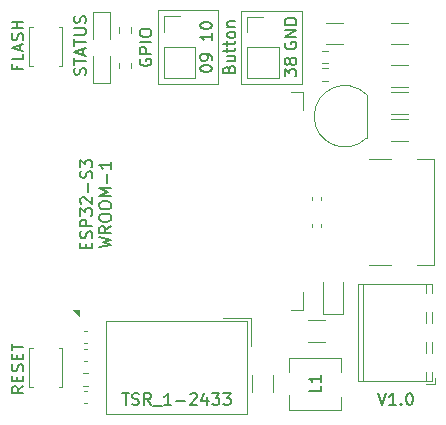
<source format=gbr>
%TF.GenerationSoftware,KiCad,Pcbnew,8.0.0*%
%TF.CreationDate,2024-03-16T23:45:48+01:00*%
%TF.ProjectId,tcs_controller,7463735f-636f-46e7-9472-6f6c6c65722e,1.0*%
%TF.SameCoordinates,Original*%
%TF.FileFunction,Legend,Top*%
%TF.FilePolarity,Positive*%
%FSLAX46Y46*%
G04 Gerber Fmt 4.6, Leading zero omitted, Abs format (unit mm)*
G04 Created by KiCad (PCBNEW 8.0.0) date 2024-03-16 23:45:48*
%MOMM*%
%LPD*%
G01*
G04 APERTURE LIST*
%ADD10C,0.100000*%
%ADD11C,0.150000*%
%ADD12C,0.120000*%
G04 APERTURE END LIST*
D10*
X147806400Y-86278000D02*
X153005800Y-86278000D01*
X153005800Y-92528000D01*
X147806400Y-92528000D01*
X147806400Y-86278000D01*
X140741400Y-86257600D02*
X145845400Y-86257600D01*
X145845400Y-92507600D01*
X140741400Y-92507600D01*
X140741400Y-86257600D01*
D11*
X151542238Y-88981011D02*
X151494619Y-89076249D01*
X151494619Y-89076249D02*
X151494619Y-89219106D01*
X151494619Y-89219106D02*
X151542238Y-89361963D01*
X151542238Y-89361963D02*
X151637476Y-89457201D01*
X151637476Y-89457201D02*
X151732714Y-89504820D01*
X151732714Y-89504820D02*
X151923190Y-89552439D01*
X151923190Y-89552439D02*
X152066047Y-89552439D01*
X152066047Y-89552439D02*
X152256523Y-89504820D01*
X152256523Y-89504820D02*
X152351761Y-89457201D01*
X152351761Y-89457201D02*
X152447000Y-89361963D01*
X152447000Y-89361963D02*
X152494619Y-89219106D01*
X152494619Y-89219106D02*
X152494619Y-89123868D01*
X152494619Y-89123868D02*
X152447000Y-88981011D01*
X152447000Y-88981011D02*
X152399380Y-88933392D01*
X152399380Y-88933392D02*
X152066047Y-88933392D01*
X152066047Y-88933392D02*
X152066047Y-89123868D01*
X152494619Y-88504820D02*
X151494619Y-88504820D01*
X151494619Y-88504820D02*
X152494619Y-87933392D01*
X152494619Y-87933392D02*
X151494619Y-87933392D01*
X152494619Y-87457201D02*
X151494619Y-87457201D01*
X151494619Y-87457201D02*
X151494619Y-87219106D01*
X151494619Y-87219106D02*
X151542238Y-87076249D01*
X151542238Y-87076249D02*
X151637476Y-86981011D01*
X151637476Y-86981011D02*
X151732714Y-86933392D01*
X151732714Y-86933392D02*
X151923190Y-86885773D01*
X151923190Y-86885773D02*
X152066047Y-86885773D01*
X152066047Y-86885773D02*
X152256523Y-86933392D01*
X152256523Y-86933392D02*
X152351761Y-86981011D01*
X152351761Y-86981011D02*
X152447000Y-87076249D01*
X152447000Y-87076249D02*
X152494619Y-87219106D01*
X152494619Y-87219106D02*
X152494619Y-87457201D01*
X129369819Y-118091792D02*
X128893628Y-118425125D01*
X129369819Y-118663220D02*
X128369819Y-118663220D01*
X128369819Y-118663220D02*
X128369819Y-118282268D01*
X128369819Y-118282268D02*
X128417438Y-118187030D01*
X128417438Y-118187030D02*
X128465057Y-118139411D01*
X128465057Y-118139411D02*
X128560295Y-118091792D01*
X128560295Y-118091792D02*
X128703152Y-118091792D01*
X128703152Y-118091792D02*
X128798390Y-118139411D01*
X128798390Y-118139411D02*
X128846009Y-118187030D01*
X128846009Y-118187030D02*
X128893628Y-118282268D01*
X128893628Y-118282268D02*
X128893628Y-118663220D01*
X128846009Y-117663220D02*
X128846009Y-117329887D01*
X129369819Y-117187030D02*
X129369819Y-117663220D01*
X129369819Y-117663220D02*
X128369819Y-117663220D01*
X128369819Y-117663220D02*
X128369819Y-117187030D01*
X129322200Y-116806077D02*
X129369819Y-116663220D01*
X129369819Y-116663220D02*
X129369819Y-116425125D01*
X129369819Y-116425125D02*
X129322200Y-116329887D01*
X129322200Y-116329887D02*
X129274580Y-116282268D01*
X129274580Y-116282268D02*
X129179342Y-116234649D01*
X129179342Y-116234649D02*
X129084104Y-116234649D01*
X129084104Y-116234649D02*
X128988866Y-116282268D01*
X128988866Y-116282268D02*
X128941247Y-116329887D01*
X128941247Y-116329887D02*
X128893628Y-116425125D01*
X128893628Y-116425125D02*
X128846009Y-116615601D01*
X128846009Y-116615601D02*
X128798390Y-116710839D01*
X128798390Y-116710839D02*
X128750771Y-116758458D01*
X128750771Y-116758458D02*
X128655533Y-116806077D01*
X128655533Y-116806077D02*
X128560295Y-116806077D01*
X128560295Y-116806077D02*
X128465057Y-116758458D01*
X128465057Y-116758458D02*
X128417438Y-116710839D01*
X128417438Y-116710839D02*
X128369819Y-116615601D01*
X128369819Y-116615601D02*
X128369819Y-116377506D01*
X128369819Y-116377506D02*
X128417438Y-116234649D01*
X128846009Y-115806077D02*
X128846009Y-115472744D01*
X129369819Y-115329887D02*
X129369819Y-115806077D01*
X129369819Y-115806077D02*
X128369819Y-115806077D01*
X128369819Y-115806077D02*
X128369819Y-115329887D01*
X128369819Y-115044172D02*
X128369819Y-114472744D01*
X129369819Y-114758458D02*
X128369819Y-114758458D01*
X128846009Y-90929887D02*
X128846009Y-91263220D01*
X129369819Y-91263220D02*
X128369819Y-91263220D01*
X128369819Y-91263220D02*
X128369819Y-90787030D01*
X129369819Y-89929887D02*
X129369819Y-90406077D01*
X129369819Y-90406077D02*
X128369819Y-90406077D01*
X129084104Y-89644172D02*
X129084104Y-89167982D01*
X129369819Y-89739410D02*
X128369819Y-89406077D01*
X128369819Y-89406077D02*
X129369819Y-89072744D01*
X129322200Y-88787029D02*
X129369819Y-88644172D01*
X129369819Y-88644172D02*
X129369819Y-88406077D01*
X129369819Y-88406077D02*
X129322200Y-88310839D01*
X129322200Y-88310839D02*
X129274580Y-88263220D01*
X129274580Y-88263220D02*
X129179342Y-88215601D01*
X129179342Y-88215601D02*
X129084104Y-88215601D01*
X129084104Y-88215601D02*
X128988866Y-88263220D01*
X128988866Y-88263220D02*
X128941247Y-88310839D01*
X128941247Y-88310839D02*
X128893628Y-88406077D01*
X128893628Y-88406077D02*
X128846009Y-88596553D01*
X128846009Y-88596553D02*
X128798390Y-88691791D01*
X128798390Y-88691791D02*
X128750771Y-88739410D01*
X128750771Y-88739410D02*
X128655533Y-88787029D01*
X128655533Y-88787029D02*
X128560295Y-88787029D01*
X128560295Y-88787029D02*
X128465057Y-88739410D01*
X128465057Y-88739410D02*
X128417438Y-88691791D01*
X128417438Y-88691791D02*
X128369819Y-88596553D01*
X128369819Y-88596553D02*
X128369819Y-88358458D01*
X128369819Y-88358458D02*
X128417438Y-88215601D01*
X129369819Y-87787029D02*
X128369819Y-87787029D01*
X128846009Y-87787029D02*
X128846009Y-87215601D01*
X129369819Y-87215601D02*
X128369819Y-87215601D01*
X146789209Y-91245487D02*
X146836828Y-91102630D01*
X146836828Y-91102630D02*
X146884447Y-91055011D01*
X146884447Y-91055011D02*
X146979685Y-91007392D01*
X146979685Y-91007392D02*
X147122542Y-91007392D01*
X147122542Y-91007392D02*
X147217780Y-91055011D01*
X147217780Y-91055011D02*
X147265400Y-91102630D01*
X147265400Y-91102630D02*
X147313019Y-91197868D01*
X147313019Y-91197868D02*
X147313019Y-91578820D01*
X147313019Y-91578820D02*
X146313019Y-91578820D01*
X146313019Y-91578820D02*
X146313019Y-91245487D01*
X146313019Y-91245487D02*
X146360638Y-91150249D01*
X146360638Y-91150249D02*
X146408257Y-91102630D01*
X146408257Y-91102630D02*
X146503495Y-91055011D01*
X146503495Y-91055011D02*
X146598733Y-91055011D01*
X146598733Y-91055011D02*
X146693971Y-91102630D01*
X146693971Y-91102630D02*
X146741590Y-91150249D01*
X146741590Y-91150249D02*
X146789209Y-91245487D01*
X146789209Y-91245487D02*
X146789209Y-91578820D01*
X146646352Y-90150249D02*
X147313019Y-90150249D01*
X146646352Y-90578820D02*
X147170161Y-90578820D01*
X147170161Y-90578820D02*
X147265400Y-90531201D01*
X147265400Y-90531201D02*
X147313019Y-90435963D01*
X147313019Y-90435963D02*
X147313019Y-90293106D01*
X147313019Y-90293106D02*
X147265400Y-90197868D01*
X147265400Y-90197868D02*
X147217780Y-90150249D01*
X146646352Y-89816915D02*
X146646352Y-89435963D01*
X146313019Y-89674058D02*
X147170161Y-89674058D01*
X147170161Y-89674058D02*
X147265400Y-89626439D01*
X147265400Y-89626439D02*
X147313019Y-89531201D01*
X147313019Y-89531201D02*
X147313019Y-89435963D01*
X146646352Y-89245486D02*
X146646352Y-88864534D01*
X146313019Y-89102629D02*
X147170161Y-89102629D01*
X147170161Y-89102629D02*
X147265400Y-89055010D01*
X147265400Y-89055010D02*
X147313019Y-88959772D01*
X147313019Y-88959772D02*
X147313019Y-88864534D01*
X147313019Y-88388343D02*
X147265400Y-88483581D01*
X147265400Y-88483581D02*
X147217780Y-88531200D01*
X147217780Y-88531200D02*
X147122542Y-88578819D01*
X147122542Y-88578819D02*
X146836828Y-88578819D01*
X146836828Y-88578819D02*
X146741590Y-88531200D01*
X146741590Y-88531200D02*
X146693971Y-88483581D01*
X146693971Y-88483581D02*
X146646352Y-88388343D01*
X146646352Y-88388343D02*
X146646352Y-88245486D01*
X146646352Y-88245486D02*
X146693971Y-88150248D01*
X146693971Y-88150248D02*
X146741590Y-88102629D01*
X146741590Y-88102629D02*
X146836828Y-88055010D01*
X146836828Y-88055010D02*
X147122542Y-88055010D01*
X147122542Y-88055010D02*
X147217780Y-88102629D01*
X147217780Y-88102629D02*
X147265400Y-88150248D01*
X147265400Y-88150248D02*
X147313019Y-88245486D01*
X147313019Y-88245486D02*
X147313019Y-88388343D01*
X146646352Y-87626438D02*
X147313019Y-87626438D01*
X146741590Y-87626438D02*
X146693971Y-87578819D01*
X146693971Y-87578819D02*
X146646352Y-87483581D01*
X146646352Y-87483581D02*
X146646352Y-87340724D01*
X146646352Y-87340724D02*
X146693971Y-87245486D01*
X146693971Y-87245486D02*
X146789209Y-87197867D01*
X146789209Y-87197867D02*
X147313019Y-87197867D01*
X145347619Y-88197011D02*
X145347619Y-88768439D01*
X145347619Y-88482725D02*
X144347619Y-88482725D01*
X144347619Y-88482725D02*
X144490476Y-88577963D01*
X144490476Y-88577963D02*
X144585714Y-88673201D01*
X144585714Y-88673201D02*
X144633333Y-88768439D01*
X144347619Y-87577963D02*
X144347619Y-87482725D01*
X144347619Y-87482725D02*
X144395238Y-87387487D01*
X144395238Y-87387487D02*
X144442857Y-87339868D01*
X144442857Y-87339868D02*
X144538095Y-87292249D01*
X144538095Y-87292249D02*
X144728571Y-87244630D01*
X144728571Y-87244630D02*
X144966666Y-87244630D01*
X144966666Y-87244630D02*
X145157142Y-87292249D01*
X145157142Y-87292249D02*
X145252380Y-87339868D01*
X145252380Y-87339868D02*
X145300000Y-87387487D01*
X145300000Y-87387487D02*
X145347619Y-87482725D01*
X145347619Y-87482725D02*
X145347619Y-87577963D01*
X145347619Y-87577963D02*
X145300000Y-87673201D01*
X145300000Y-87673201D02*
X145252380Y-87720820D01*
X145252380Y-87720820D02*
X145157142Y-87768439D01*
X145157142Y-87768439D02*
X144966666Y-87816058D01*
X144966666Y-87816058D02*
X144728571Y-87816058D01*
X144728571Y-87816058D02*
X144538095Y-87768439D01*
X144538095Y-87768439D02*
X144442857Y-87720820D01*
X144442857Y-87720820D02*
X144395238Y-87673201D01*
X144395238Y-87673201D02*
X144347619Y-87577963D01*
X151494619Y-91858458D02*
X151494619Y-91239411D01*
X151494619Y-91239411D02*
X151875571Y-91572744D01*
X151875571Y-91572744D02*
X151875571Y-91429887D01*
X151875571Y-91429887D02*
X151923190Y-91334649D01*
X151923190Y-91334649D02*
X151970809Y-91287030D01*
X151970809Y-91287030D02*
X152066047Y-91239411D01*
X152066047Y-91239411D02*
X152304142Y-91239411D01*
X152304142Y-91239411D02*
X152399380Y-91287030D01*
X152399380Y-91287030D02*
X152447000Y-91334649D01*
X152447000Y-91334649D02*
X152494619Y-91429887D01*
X152494619Y-91429887D02*
X152494619Y-91715601D01*
X152494619Y-91715601D02*
X152447000Y-91810839D01*
X152447000Y-91810839D02*
X152399380Y-91858458D01*
X151923190Y-90667982D02*
X151875571Y-90763220D01*
X151875571Y-90763220D02*
X151827952Y-90810839D01*
X151827952Y-90810839D02*
X151732714Y-90858458D01*
X151732714Y-90858458D02*
X151685095Y-90858458D01*
X151685095Y-90858458D02*
X151589857Y-90810839D01*
X151589857Y-90810839D02*
X151542238Y-90763220D01*
X151542238Y-90763220D02*
X151494619Y-90667982D01*
X151494619Y-90667982D02*
X151494619Y-90477506D01*
X151494619Y-90477506D02*
X151542238Y-90382268D01*
X151542238Y-90382268D02*
X151589857Y-90334649D01*
X151589857Y-90334649D02*
X151685095Y-90287030D01*
X151685095Y-90287030D02*
X151732714Y-90287030D01*
X151732714Y-90287030D02*
X151827952Y-90334649D01*
X151827952Y-90334649D02*
X151875571Y-90382268D01*
X151875571Y-90382268D02*
X151923190Y-90477506D01*
X151923190Y-90477506D02*
X151923190Y-90667982D01*
X151923190Y-90667982D02*
X151970809Y-90763220D01*
X151970809Y-90763220D02*
X152018428Y-90810839D01*
X152018428Y-90810839D02*
X152113666Y-90858458D01*
X152113666Y-90858458D02*
X152304142Y-90858458D01*
X152304142Y-90858458D02*
X152399380Y-90810839D01*
X152399380Y-90810839D02*
X152447000Y-90763220D01*
X152447000Y-90763220D02*
X152494619Y-90667982D01*
X152494619Y-90667982D02*
X152494619Y-90477506D01*
X152494619Y-90477506D02*
X152447000Y-90382268D01*
X152447000Y-90382268D02*
X152399380Y-90334649D01*
X152399380Y-90334649D02*
X152304142Y-90287030D01*
X152304142Y-90287030D02*
X152113666Y-90287030D01*
X152113666Y-90287030D02*
X152018428Y-90334649D01*
X152018428Y-90334649D02*
X151970809Y-90382268D01*
X151970809Y-90382268D02*
X151923190Y-90477506D01*
X144347619Y-91230344D02*
X144347619Y-91135106D01*
X144347619Y-91135106D02*
X144395238Y-91039868D01*
X144395238Y-91039868D02*
X144442857Y-90992249D01*
X144442857Y-90992249D02*
X144538095Y-90944630D01*
X144538095Y-90944630D02*
X144728571Y-90897011D01*
X144728571Y-90897011D02*
X144966666Y-90897011D01*
X144966666Y-90897011D02*
X145157142Y-90944630D01*
X145157142Y-90944630D02*
X145252380Y-90992249D01*
X145252380Y-90992249D02*
X145300000Y-91039868D01*
X145300000Y-91039868D02*
X145347619Y-91135106D01*
X145347619Y-91135106D02*
X145347619Y-91230344D01*
X145347619Y-91230344D02*
X145300000Y-91325582D01*
X145300000Y-91325582D02*
X145252380Y-91373201D01*
X145252380Y-91373201D02*
X145157142Y-91420820D01*
X145157142Y-91420820D02*
X144966666Y-91468439D01*
X144966666Y-91468439D02*
X144728571Y-91468439D01*
X144728571Y-91468439D02*
X144538095Y-91420820D01*
X144538095Y-91420820D02*
X144442857Y-91373201D01*
X144442857Y-91373201D02*
X144395238Y-91325582D01*
X144395238Y-91325582D02*
X144347619Y-91230344D01*
X145347619Y-90420820D02*
X145347619Y-90230344D01*
X145347619Y-90230344D02*
X145300000Y-90135106D01*
X145300000Y-90135106D02*
X145252380Y-90087487D01*
X145252380Y-90087487D02*
X145109523Y-89992249D01*
X145109523Y-89992249D02*
X144919047Y-89944630D01*
X144919047Y-89944630D02*
X144538095Y-89944630D01*
X144538095Y-89944630D02*
X144442857Y-89992249D01*
X144442857Y-89992249D02*
X144395238Y-90039868D01*
X144395238Y-90039868D02*
X144347619Y-90135106D01*
X144347619Y-90135106D02*
X144347619Y-90325582D01*
X144347619Y-90325582D02*
X144395238Y-90420820D01*
X144395238Y-90420820D02*
X144442857Y-90468439D01*
X144442857Y-90468439D02*
X144538095Y-90516058D01*
X144538095Y-90516058D02*
X144776190Y-90516058D01*
X144776190Y-90516058D02*
X144871428Y-90468439D01*
X144871428Y-90468439D02*
X144919047Y-90420820D01*
X144919047Y-90420820D02*
X144966666Y-90325582D01*
X144966666Y-90325582D02*
X144966666Y-90135106D01*
X144966666Y-90135106D02*
X144919047Y-90039868D01*
X144919047Y-90039868D02*
X144871428Y-89992249D01*
X144871428Y-89992249D02*
X144776190Y-89944630D01*
X134622200Y-91710839D02*
X134669819Y-91567982D01*
X134669819Y-91567982D02*
X134669819Y-91329887D01*
X134669819Y-91329887D02*
X134622200Y-91234649D01*
X134622200Y-91234649D02*
X134574580Y-91187030D01*
X134574580Y-91187030D02*
X134479342Y-91139411D01*
X134479342Y-91139411D02*
X134384104Y-91139411D01*
X134384104Y-91139411D02*
X134288866Y-91187030D01*
X134288866Y-91187030D02*
X134241247Y-91234649D01*
X134241247Y-91234649D02*
X134193628Y-91329887D01*
X134193628Y-91329887D02*
X134146009Y-91520363D01*
X134146009Y-91520363D02*
X134098390Y-91615601D01*
X134098390Y-91615601D02*
X134050771Y-91663220D01*
X134050771Y-91663220D02*
X133955533Y-91710839D01*
X133955533Y-91710839D02*
X133860295Y-91710839D01*
X133860295Y-91710839D02*
X133765057Y-91663220D01*
X133765057Y-91663220D02*
X133717438Y-91615601D01*
X133717438Y-91615601D02*
X133669819Y-91520363D01*
X133669819Y-91520363D02*
X133669819Y-91282268D01*
X133669819Y-91282268D02*
X133717438Y-91139411D01*
X133669819Y-90853696D02*
X133669819Y-90282268D01*
X134669819Y-90567982D02*
X133669819Y-90567982D01*
X134384104Y-89996553D02*
X134384104Y-89520363D01*
X134669819Y-90091791D02*
X133669819Y-89758458D01*
X133669819Y-89758458D02*
X134669819Y-89425125D01*
X133669819Y-89234648D02*
X133669819Y-88663220D01*
X134669819Y-88948934D02*
X133669819Y-88948934D01*
X133669819Y-88329886D02*
X134479342Y-88329886D01*
X134479342Y-88329886D02*
X134574580Y-88282267D01*
X134574580Y-88282267D02*
X134622200Y-88234648D01*
X134622200Y-88234648D02*
X134669819Y-88139410D01*
X134669819Y-88139410D02*
X134669819Y-87948934D01*
X134669819Y-87948934D02*
X134622200Y-87853696D01*
X134622200Y-87853696D02*
X134574580Y-87806077D01*
X134574580Y-87806077D02*
X134479342Y-87758458D01*
X134479342Y-87758458D02*
X133669819Y-87758458D01*
X134622200Y-87329886D02*
X134669819Y-87187029D01*
X134669819Y-87187029D02*
X134669819Y-86948934D01*
X134669819Y-86948934D02*
X134622200Y-86853696D01*
X134622200Y-86853696D02*
X134574580Y-86806077D01*
X134574580Y-86806077D02*
X134479342Y-86758458D01*
X134479342Y-86758458D02*
X134384104Y-86758458D01*
X134384104Y-86758458D02*
X134288866Y-86806077D01*
X134288866Y-86806077D02*
X134241247Y-86853696D01*
X134241247Y-86853696D02*
X134193628Y-86948934D01*
X134193628Y-86948934D02*
X134146009Y-87139410D01*
X134146009Y-87139410D02*
X134098390Y-87234648D01*
X134098390Y-87234648D02*
X134050771Y-87282267D01*
X134050771Y-87282267D02*
X133955533Y-87329886D01*
X133955533Y-87329886D02*
X133860295Y-87329886D01*
X133860295Y-87329886D02*
X133765057Y-87282267D01*
X133765057Y-87282267D02*
X133717438Y-87234648D01*
X133717438Y-87234648D02*
X133669819Y-87139410D01*
X133669819Y-87139410D02*
X133669819Y-86901315D01*
X133669819Y-86901315D02*
X133717438Y-86758458D01*
X159393922Y-118669819D02*
X159727255Y-119669819D01*
X159727255Y-119669819D02*
X160060588Y-118669819D01*
X160917731Y-119669819D02*
X160346303Y-119669819D01*
X160632017Y-119669819D02*
X160632017Y-118669819D01*
X160632017Y-118669819D02*
X160536779Y-118812676D01*
X160536779Y-118812676D02*
X160441541Y-118907914D01*
X160441541Y-118907914D02*
X160346303Y-118955533D01*
X161346303Y-119574580D02*
X161393922Y-119622200D01*
X161393922Y-119622200D02*
X161346303Y-119669819D01*
X161346303Y-119669819D02*
X161298684Y-119622200D01*
X161298684Y-119622200D02*
X161346303Y-119574580D01*
X161346303Y-119574580D02*
X161346303Y-119669819D01*
X162012969Y-118669819D02*
X162108207Y-118669819D01*
X162108207Y-118669819D02*
X162203445Y-118717438D01*
X162203445Y-118717438D02*
X162251064Y-118765057D01*
X162251064Y-118765057D02*
X162298683Y-118860295D01*
X162298683Y-118860295D02*
X162346302Y-119050771D01*
X162346302Y-119050771D02*
X162346302Y-119288866D01*
X162346302Y-119288866D02*
X162298683Y-119479342D01*
X162298683Y-119479342D02*
X162251064Y-119574580D01*
X162251064Y-119574580D02*
X162203445Y-119622200D01*
X162203445Y-119622200D02*
X162108207Y-119669819D01*
X162108207Y-119669819D02*
X162012969Y-119669819D01*
X162012969Y-119669819D02*
X161917731Y-119622200D01*
X161917731Y-119622200D02*
X161870112Y-119574580D01*
X161870112Y-119574580D02*
X161822493Y-119479342D01*
X161822493Y-119479342D02*
X161774874Y-119288866D01*
X161774874Y-119288866D02*
X161774874Y-119050771D01*
X161774874Y-119050771D02*
X161822493Y-118860295D01*
X161822493Y-118860295D02*
X161870112Y-118765057D01*
X161870112Y-118765057D02*
X161917731Y-118717438D01*
X161917731Y-118717438D02*
X162012969Y-118669819D01*
X134667465Y-106406485D02*
X134667465Y-106073152D01*
X135191275Y-105930295D02*
X135191275Y-106406485D01*
X135191275Y-106406485D02*
X134191275Y-106406485D01*
X134191275Y-106406485D02*
X134191275Y-105930295D01*
X135143656Y-105549342D02*
X135191275Y-105406485D01*
X135191275Y-105406485D02*
X135191275Y-105168390D01*
X135191275Y-105168390D02*
X135143656Y-105073152D01*
X135143656Y-105073152D02*
X135096036Y-105025533D01*
X135096036Y-105025533D02*
X135000798Y-104977914D01*
X135000798Y-104977914D02*
X134905560Y-104977914D01*
X134905560Y-104977914D02*
X134810322Y-105025533D01*
X134810322Y-105025533D02*
X134762703Y-105073152D01*
X134762703Y-105073152D02*
X134715084Y-105168390D01*
X134715084Y-105168390D02*
X134667465Y-105358866D01*
X134667465Y-105358866D02*
X134619846Y-105454104D01*
X134619846Y-105454104D02*
X134572227Y-105501723D01*
X134572227Y-105501723D02*
X134476989Y-105549342D01*
X134476989Y-105549342D02*
X134381751Y-105549342D01*
X134381751Y-105549342D02*
X134286513Y-105501723D01*
X134286513Y-105501723D02*
X134238894Y-105454104D01*
X134238894Y-105454104D02*
X134191275Y-105358866D01*
X134191275Y-105358866D02*
X134191275Y-105120771D01*
X134191275Y-105120771D02*
X134238894Y-104977914D01*
X135191275Y-104549342D02*
X134191275Y-104549342D01*
X134191275Y-104549342D02*
X134191275Y-104168390D01*
X134191275Y-104168390D02*
X134238894Y-104073152D01*
X134238894Y-104073152D02*
X134286513Y-104025533D01*
X134286513Y-104025533D02*
X134381751Y-103977914D01*
X134381751Y-103977914D02*
X134524608Y-103977914D01*
X134524608Y-103977914D02*
X134619846Y-104025533D01*
X134619846Y-104025533D02*
X134667465Y-104073152D01*
X134667465Y-104073152D02*
X134715084Y-104168390D01*
X134715084Y-104168390D02*
X134715084Y-104549342D01*
X134191275Y-103644580D02*
X134191275Y-103025533D01*
X134191275Y-103025533D02*
X134572227Y-103358866D01*
X134572227Y-103358866D02*
X134572227Y-103216009D01*
X134572227Y-103216009D02*
X134619846Y-103120771D01*
X134619846Y-103120771D02*
X134667465Y-103073152D01*
X134667465Y-103073152D02*
X134762703Y-103025533D01*
X134762703Y-103025533D02*
X135000798Y-103025533D01*
X135000798Y-103025533D02*
X135096036Y-103073152D01*
X135096036Y-103073152D02*
X135143656Y-103120771D01*
X135143656Y-103120771D02*
X135191275Y-103216009D01*
X135191275Y-103216009D02*
X135191275Y-103501723D01*
X135191275Y-103501723D02*
X135143656Y-103596961D01*
X135143656Y-103596961D02*
X135096036Y-103644580D01*
X134286513Y-102644580D02*
X134238894Y-102596961D01*
X134238894Y-102596961D02*
X134191275Y-102501723D01*
X134191275Y-102501723D02*
X134191275Y-102263628D01*
X134191275Y-102263628D02*
X134238894Y-102168390D01*
X134238894Y-102168390D02*
X134286513Y-102120771D01*
X134286513Y-102120771D02*
X134381751Y-102073152D01*
X134381751Y-102073152D02*
X134476989Y-102073152D01*
X134476989Y-102073152D02*
X134619846Y-102120771D01*
X134619846Y-102120771D02*
X135191275Y-102692199D01*
X135191275Y-102692199D02*
X135191275Y-102073152D01*
X134810322Y-101644580D02*
X134810322Y-100882676D01*
X135143656Y-100454104D02*
X135191275Y-100311247D01*
X135191275Y-100311247D02*
X135191275Y-100073152D01*
X135191275Y-100073152D02*
X135143656Y-99977914D01*
X135143656Y-99977914D02*
X135096036Y-99930295D01*
X135096036Y-99930295D02*
X135000798Y-99882676D01*
X135000798Y-99882676D02*
X134905560Y-99882676D01*
X134905560Y-99882676D02*
X134810322Y-99930295D01*
X134810322Y-99930295D02*
X134762703Y-99977914D01*
X134762703Y-99977914D02*
X134715084Y-100073152D01*
X134715084Y-100073152D02*
X134667465Y-100263628D01*
X134667465Y-100263628D02*
X134619846Y-100358866D01*
X134619846Y-100358866D02*
X134572227Y-100406485D01*
X134572227Y-100406485D02*
X134476989Y-100454104D01*
X134476989Y-100454104D02*
X134381751Y-100454104D01*
X134381751Y-100454104D02*
X134286513Y-100406485D01*
X134286513Y-100406485D02*
X134238894Y-100358866D01*
X134238894Y-100358866D02*
X134191275Y-100263628D01*
X134191275Y-100263628D02*
X134191275Y-100025533D01*
X134191275Y-100025533D02*
X134238894Y-99882676D01*
X134191275Y-99549342D02*
X134191275Y-98930295D01*
X134191275Y-98930295D02*
X134572227Y-99263628D01*
X134572227Y-99263628D02*
X134572227Y-99120771D01*
X134572227Y-99120771D02*
X134619846Y-99025533D01*
X134619846Y-99025533D02*
X134667465Y-98977914D01*
X134667465Y-98977914D02*
X134762703Y-98930295D01*
X134762703Y-98930295D02*
X135000798Y-98930295D01*
X135000798Y-98930295D02*
X135096036Y-98977914D01*
X135096036Y-98977914D02*
X135143656Y-99025533D01*
X135143656Y-99025533D02*
X135191275Y-99120771D01*
X135191275Y-99120771D02*
X135191275Y-99406485D01*
X135191275Y-99406485D02*
X135143656Y-99501723D01*
X135143656Y-99501723D02*
X135096036Y-99549342D01*
X135801219Y-106335056D02*
X136801219Y-106096961D01*
X136801219Y-106096961D02*
X136086933Y-105906485D01*
X136086933Y-105906485D02*
X136801219Y-105716009D01*
X136801219Y-105716009D02*
X135801219Y-105477914D01*
X136801219Y-104525533D02*
X136325028Y-104858866D01*
X136801219Y-105096961D02*
X135801219Y-105096961D01*
X135801219Y-105096961D02*
X135801219Y-104716009D01*
X135801219Y-104716009D02*
X135848838Y-104620771D01*
X135848838Y-104620771D02*
X135896457Y-104573152D01*
X135896457Y-104573152D02*
X135991695Y-104525533D01*
X135991695Y-104525533D02*
X136134552Y-104525533D01*
X136134552Y-104525533D02*
X136229790Y-104573152D01*
X136229790Y-104573152D02*
X136277409Y-104620771D01*
X136277409Y-104620771D02*
X136325028Y-104716009D01*
X136325028Y-104716009D02*
X136325028Y-105096961D01*
X135801219Y-103906485D02*
X135801219Y-103716009D01*
X135801219Y-103716009D02*
X135848838Y-103620771D01*
X135848838Y-103620771D02*
X135944076Y-103525533D01*
X135944076Y-103525533D02*
X136134552Y-103477914D01*
X136134552Y-103477914D02*
X136467885Y-103477914D01*
X136467885Y-103477914D02*
X136658361Y-103525533D01*
X136658361Y-103525533D02*
X136753600Y-103620771D01*
X136753600Y-103620771D02*
X136801219Y-103716009D01*
X136801219Y-103716009D02*
X136801219Y-103906485D01*
X136801219Y-103906485D02*
X136753600Y-104001723D01*
X136753600Y-104001723D02*
X136658361Y-104096961D01*
X136658361Y-104096961D02*
X136467885Y-104144580D01*
X136467885Y-104144580D02*
X136134552Y-104144580D01*
X136134552Y-104144580D02*
X135944076Y-104096961D01*
X135944076Y-104096961D02*
X135848838Y-104001723D01*
X135848838Y-104001723D02*
X135801219Y-103906485D01*
X135801219Y-102858866D02*
X135801219Y-102668390D01*
X135801219Y-102668390D02*
X135848838Y-102573152D01*
X135848838Y-102573152D02*
X135944076Y-102477914D01*
X135944076Y-102477914D02*
X136134552Y-102430295D01*
X136134552Y-102430295D02*
X136467885Y-102430295D01*
X136467885Y-102430295D02*
X136658361Y-102477914D01*
X136658361Y-102477914D02*
X136753600Y-102573152D01*
X136753600Y-102573152D02*
X136801219Y-102668390D01*
X136801219Y-102668390D02*
X136801219Y-102858866D01*
X136801219Y-102858866D02*
X136753600Y-102954104D01*
X136753600Y-102954104D02*
X136658361Y-103049342D01*
X136658361Y-103049342D02*
X136467885Y-103096961D01*
X136467885Y-103096961D02*
X136134552Y-103096961D01*
X136134552Y-103096961D02*
X135944076Y-103049342D01*
X135944076Y-103049342D02*
X135848838Y-102954104D01*
X135848838Y-102954104D02*
X135801219Y-102858866D01*
X136801219Y-102001723D02*
X135801219Y-102001723D01*
X135801219Y-102001723D02*
X136515504Y-101668390D01*
X136515504Y-101668390D02*
X135801219Y-101335057D01*
X135801219Y-101335057D02*
X136801219Y-101335057D01*
X136420266Y-100858866D02*
X136420266Y-100096962D01*
X136801219Y-99096962D02*
X136801219Y-99668390D01*
X136801219Y-99382676D02*
X135801219Y-99382676D01*
X135801219Y-99382676D02*
X135944076Y-99477914D01*
X135944076Y-99477914D02*
X136039314Y-99573152D01*
X136039314Y-99573152D02*
X136086933Y-99668390D01*
X139264438Y-90402411D02*
X139216819Y-90497649D01*
X139216819Y-90497649D02*
X139216819Y-90640506D01*
X139216819Y-90640506D02*
X139264438Y-90783363D01*
X139264438Y-90783363D02*
X139359676Y-90878601D01*
X139359676Y-90878601D02*
X139454914Y-90926220D01*
X139454914Y-90926220D02*
X139645390Y-90973839D01*
X139645390Y-90973839D02*
X139788247Y-90973839D01*
X139788247Y-90973839D02*
X139978723Y-90926220D01*
X139978723Y-90926220D02*
X140073961Y-90878601D01*
X140073961Y-90878601D02*
X140169200Y-90783363D01*
X140169200Y-90783363D02*
X140216819Y-90640506D01*
X140216819Y-90640506D02*
X140216819Y-90545268D01*
X140216819Y-90545268D02*
X140169200Y-90402411D01*
X140169200Y-90402411D02*
X140121580Y-90354792D01*
X140121580Y-90354792D02*
X139788247Y-90354792D01*
X139788247Y-90354792D02*
X139788247Y-90545268D01*
X140216819Y-89926220D02*
X139216819Y-89926220D01*
X139216819Y-89926220D02*
X139216819Y-89545268D01*
X139216819Y-89545268D02*
X139264438Y-89450030D01*
X139264438Y-89450030D02*
X139312057Y-89402411D01*
X139312057Y-89402411D02*
X139407295Y-89354792D01*
X139407295Y-89354792D02*
X139550152Y-89354792D01*
X139550152Y-89354792D02*
X139645390Y-89402411D01*
X139645390Y-89402411D02*
X139693009Y-89450030D01*
X139693009Y-89450030D02*
X139740628Y-89545268D01*
X139740628Y-89545268D02*
X139740628Y-89926220D01*
X140216819Y-88926220D02*
X139216819Y-88926220D01*
X139216819Y-88259554D02*
X139216819Y-88069078D01*
X139216819Y-88069078D02*
X139264438Y-87973840D01*
X139264438Y-87973840D02*
X139359676Y-87878602D01*
X139359676Y-87878602D02*
X139550152Y-87830983D01*
X139550152Y-87830983D02*
X139883485Y-87830983D01*
X139883485Y-87830983D02*
X140073961Y-87878602D01*
X140073961Y-87878602D02*
X140169200Y-87973840D01*
X140169200Y-87973840D02*
X140216819Y-88069078D01*
X140216819Y-88069078D02*
X140216819Y-88259554D01*
X140216819Y-88259554D02*
X140169200Y-88354792D01*
X140169200Y-88354792D02*
X140073961Y-88450030D01*
X140073961Y-88450030D02*
X139883485Y-88497649D01*
X139883485Y-88497649D02*
X139550152Y-88497649D01*
X139550152Y-88497649D02*
X139359676Y-88450030D01*
X139359676Y-88450030D02*
X139264438Y-88354792D01*
X139264438Y-88354792D02*
X139216819Y-88259554D01*
X154554819Y-118026666D02*
X154554819Y-118502856D01*
X154554819Y-118502856D02*
X153554819Y-118502856D01*
X154554819Y-117169523D02*
X154554819Y-117740951D01*
X154554819Y-117455237D02*
X153554819Y-117455237D01*
X153554819Y-117455237D02*
X153697676Y-117550475D01*
X153697676Y-117550475D02*
X153792914Y-117645713D01*
X153792914Y-117645713D02*
X153840533Y-117740951D01*
X137737143Y-118672319D02*
X138308571Y-118672319D01*
X138022857Y-119672319D02*
X138022857Y-118672319D01*
X138594286Y-119624700D02*
X138737143Y-119672319D01*
X138737143Y-119672319D02*
X138975238Y-119672319D01*
X138975238Y-119672319D02*
X139070476Y-119624700D01*
X139070476Y-119624700D02*
X139118095Y-119577080D01*
X139118095Y-119577080D02*
X139165714Y-119481842D01*
X139165714Y-119481842D02*
X139165714Y-119386604D01*
X139165714Y-119386604D02*
X139118095Y-119291366D01*
X139118095Y-119291366D02*
X139070476Y-119243747D01*
X139070476Y-119243747D02*
X138975238Y-119196128D01*
X138975238Y-119196128D02*
X138784762Y-119148509D01*
X138784762Y-119148509D02*
X138689524Y-119100890D01*
X138689524Y-119100890D02*
X138641905Y-119053271D01*
X138641905Y-119053271D02*
X138594286Y-118958033D01*
X138594286Y-118958033D02*
X138594286Y-118862795D01*
X138594286Y-118862795D02*
X138641905Y-118767557D01*
X138641905Y-118767557D02*
X138689524Y-118719938D01*
X138689524Y-118719938D02*
X138784762Y-118672319D01*
X138784762Y-118672319D02*
X139022857Y-118672319D01*
X139022857Y-118672319D02*
X139165714Y-118719938D01*
X140165714Y-119672319D02*
X139832381Y-119196128D01*
X139594286Y-119672319D02*
X139594286Y-118672319D01*
X139594286Y-118672319D02*
X139975238Y-118672319D01*
X139975238Y-118672319D02*
X140070476Y-118719938D01*
X140070476Y-118719938D02*
X140118095Y-118767557D01*
X140118095Y-118767557D02*
X140165714Y-118862795D01*
X140165714Y-118862795D02*
X140165714Y-119005652D01*
X140165714Y-119005652D02*
X140118095Y-119100890D01*
X140118095Y-119100890D02*
X140070476Y-119148509D01*
X140070476Y-119148509D02*
X139975238Y-119196128D01*
X139975238Y-119196128D02*
X139594286Y-119196128D01*
X140356191Y-119767557D02*
X141118095Y-119767557D01*
X141880000Y-119672319D02*
X141308572Y-119672319D01*
X141594286Y-119672319D02*
X141594286Y-118672319D01*
X141594286Y-118672319D02*
X141499048Y-118815176D01*
X141499048Y-118815176D02*
X141403810Y-118910414D01*
X141403810Y-118910414D02*
X141308572Y-118958033D01*
X142308572Y-119291366D02*
X143070477Y-119291366D01*
X143499048Y-118767557D02*
X143546667Y-118719938D01*
X143546667Y-118719938D02*
X143641905Y-118672319D01*
X143641905Y-118672319D02*
X143880000Y-118672319D01*
X143880000Y-118672319D02*
X143975238Y-118719938D01*
X143975238Y-118719938D02*
X144022857Y-118767557D01*
X144022857Y-118767557D02*
X144070476Y-118862795D01*
X144070476Y-118862795D02*
X144070476Y-118958033D01*
X144070476Y-118958033D02*
X144022857Y-119100890D01*
X144022857Y-119100890D02*
X143451429Y-119672319D01*
X143451429Y-119672319D02*
X144070476Y-119672319D01*
X144927619Y-119005652D02*
X144927619Y-119672319D01*
X144689524Y-118624700D02*
X144451429Y-119338985D01*
X144451429Y-119338985D02*
X145070476Y-119338985D01*
X145356191Y-118672319D02*
X145975238Y-118672319D01*
X145975238Y-118672319D02*
X145641905Y-119053271D01*
X145641905Y-119053271D02*
X145784762Y-119053271D01*
X145784762Y-119053271D02*
X145880000Y-119100890D01*
X145880000Y-119100890D02*
X145927619Y-119148509D01*
X145927619Y-119148509D02*
X145975238Y-119243747D01*
X145975238Y-119243747D02*
X145975238Y-119481842D01*
X145975238Y-119481842D02*
X145927619Y-119577080D01*
X145927619Y-119577080D02*
X145880000Y-119624700D01*
X145880000Y-119624700D02*
X145784762Y-119672319D01*
X145784762Y-119672319D02*
X145499048Y-119672319D01*
X145499048Y-119672319D02*
X145403810Y-119624700D01*
X145403810Y-119624700D02*
X145356191Y-119577080D01*
X146308572Y-118672319D02*
X146927619Y-118672319D01*
X146927619Y-118672319D02*
X146594286Y-119053271D01*
X146594286Y-119053271D02*
X146737143Y-119053271D01*
X146737143Y-119053271D02*
X146832381Y-119100890D01*
X146832381Y-119100890D02*
X146880000Y-119148509D01*
X146880000Y-119148509D02*
X146927619Y-119243747D01*
X146927619Y-119243747D02*
X146927619Y-119481842D01*
X146927619Y-119481842D02*
X146880000Y-119577080D01*
X146880000Y-119577080D02*
X146832381Y-119624700D01*
X146832381Y-119624700D02*
X146737143Y-119672319D01*
X146737143Y-119672319D02*
X146451429Y-119672319D01*
X146451429Y-119672319D02*
X146356191Y-119624700D01*
X146356191Y-119624700D02*
X146308572Y-119577080D01*
D12*
%TO.C,R11*%
X154687742Y-89677500D02*
X155162258Y-89677500D01*
X154687742Y-90722500D02*
X155162258Y-90722500D01*
%TO.C,R3*%
X137477500Y-91157258D02*
X137477500Y-90682742D01*
X138522500Y-91157258D02*
X138522500Y-90682742D01*
%TO.C,R2*%
X138522500Y-87687742D02*
X138522500Y-88162258D01*
X137477500Y-87687742D02*
X137477500Y-88162258D01*
%TO.C,J2*%
X141270000Y-86770000D02*
X142600000Y-86770000D01*
X141270000Y-88100000D02*
X141270000Y-86770000D01*
X141270000Y-89370000D02*
X141270000Y-91970000D01*
X141270000Y-89370000D02*
X143930000Y-89370000D01*
X141270000Y-91970000D02*
X143930000Y-91970000D01*
X143930000Y-89370000D02*
X143930000Y-91970000D01*
%TO.C,J1*%
X148320000Y-86790000D02*
X149650000Y-86790000D01*
X148320000Y-88120000D02*
X148320000Y-86790000D01*
X148320000Y-89390000D02*
X148320000Y-91990000D01*
X148320000Y-89390000D02*
X150980000Y-89390000D01*
X148320000Y-91990000D02*
X150980000Y-91990000D01*
X150980000Y-89390000D02*
X150980000Y-91990000D01*
%TO.C,D2*%
X135265000Y-90100000D02*
X135265000Y-92385000D01*
X136735000Y-92385000D02*
X136735000Y-90100000D01*
X135265000Y-92385000D02*
X136735000Y-92385000D01*
%TO.C,D1*%
X136735000Y-86427500D02*
X135265000Y-86427500D01*
X135265000Y-86427500D02*
X135265000Y-88712500D01*
X136735000Y-88712500D02*
X136735000Y-86427500D01*
%TO.C,L1*%
X151900000Y-115660000D02*
X156300000Y-115660000D01*
X151900000Y-116860000D02*
X151900000Y-115660000D01*
X151900000Y-120060000D02*
X151900000Y-118860000D01*
X156300000Y-115660000D02*
X156300000Y-116860000D01*
X156300000Y-118960000D02*
X156300000Y-120060000D01*
X156300000Y-120060000D02*
X151900000Y-120060000D01*
%TO.C,J5*%
X158665000Y-98837500D02*
X160465000Y-98837500D01*
X158665000Y-107777500D02*
X160465000Y-107777500D01*
X164175000Y-98837500D02*
X162715000Y-98837500D01*
X164175000Y-98837500D02*
X164175000Y-107777500D01*
X164175000Y-107777500D02*
X162715000Y-107777500D01*
%TO.C,R6*%
X161927064Y-93190000D02*
X160472936Y-93190000D01*
X161927064Y-95010000D02*
X160472936Y-95010000D01*
%TO.C,U2*%
X136360000Y-112597500D02*
X148300000Y-112597500D01*
X136360000Y-120447500D02*
X136360000Y-112597500D01*
X148300000Y-112597500D02*
X148300000Y-120447500D01*
X148300000Y-120447500D02*
X136360000Y-120447500D01*
X148630000Y-112267500D02*
X146300000Y-112267500D01*
X148630000Y-114717500D02*
X148630000Y-112267500D01*
%TO.C,R10*%
X153820000Y-102046359D02*
X153820000Y-102353641D01*
X154580000Y-102046359D02*
X154580000Y-102353641D01*
%TO.C,J3*%
X157672800Y-109412600D02*
X163992800Y-109412600D01*
X157672800Y-117612600D02*
X157672800Y-109412600D01*
X157672800Y-117612600D02*
X163992800Y-117612600D01*
X158132800Y-117612600D02*
X158132800Y-109412600D01*
X163432800Y-110182600D02*
X163432800Y-109412600D01*
X163432800Y-112722600D02*
X163432800Y-111762600D01*
X163432800Y-115262600D02*
X163432800Y-114302600D01*
X163432800Y-117612600D02*
X163432800Y-116842600D01*
X163492800Y-117852600D02*
X164232800Y-117852600D01*
X163992800Y-110182600D02*
X163992800Y-109412600D01*
X163992800Y-112722600D02*
X163992800Y-111762600D01*
X163992800Y-115262600D02*
X163992800Y-114302600D01*
X163992800Y-117612600D02*
X163992800Y-116842600D01*
X164232800Y-117852600D02*
X164232800Y-117352600D01*
%TO.C,R1*%
X134862258Y-116977500D02*
X134387742Y-116977500D01*
X134862258Y-118022500D02*
X134387742Y-118022500D01*
%TO.C,R12*%
X161927064Y-90890000D02*
X160472936Y-90890000D01*
X161927064Y-92710000D02*
X160472936Y-92710000D01*
%TO.C,R7*%
X161927064Y-87290000D02*
X160472936Y-87290000D01*
X161927064Y-89110000D02*
X160472936Y-89110000D01*
%TO.C,Q1*%
X158441000Y-97024600D02*
X158441000Y-93424600D01*
X153991000Y-95224600D02*
G75*
G02*
X158429478Y-93386122I2600000J0D01*
G01*
X158429478Y-97063078D02*
G75*
G02*
X153991000Y-95224600I-1838478J1838478D01*
G01*
%TO.C,R9*%
X153820000Y-104318559D02*
X153820000Y-104625841D01*
X154580000Y-104318559D02*
X154580000Y-104625841D01*
%TO.C,C1*%
X134484420Y-118490000D02*
X134765580Y-118490000D01*
X134484420Y-119510000D02*
X134765580Y-119510000D01*
%TO.C,C4*%
X154912852Y-112501000D02*
X153490348Y-112501000D01*
X154912852Y-114321000D02*
X153490348Y-114321000D01*
%TO.C,R4*%
X161927064Y-95490000D02*
X160472936Y-95490000D01*
X161927064Y-97310000D02*
X160472936Y-97310000D01*
%TO.C,C5*%
X148721400Y-118594452D02*
X148721400Y-117171948D01*
X150541400Y-118594452D02*
X150541400Y-117171948D01*
%TO.C,SW2*%
X129850000Y-87650000D02*
X130150000Y-87650000D01*
X129850000Y-90950000D02*
X129850000Y-87650000D01*
X130150000Y-90950000D02*
X129850000Y-90950000D01*
X132350000Y-90950000D02*
X132650000Y-90950000D01*
X132650000Y-87650000D02*
X132350000Y-87650000D01*
X132650000Y-90950000D02*
X132650000Y-87650000D01*
%TO.C,SW1*%
X129850000Y-114850000D02*
X130150000Y-114850000D01*
X129850000Y-118150000D02*
X129850000Y-114850000D01*
X130150000Y-118150000D02*
X129850000Y-118150000D01*
X132350000Y-118150000D02*
X132650000Y-118150000D01*
X132650000Y-114850000D02*
X132350000Y-114850000D01*
X132650000Y-118150000D02*
X132650000Y-114850000D01*
%TO.C,D3*%
X154750000Y-111960000D02*
X154750000Y-109300000D01*
X154750000Y-111960000D02*
X156450000Y-111960000D01*
X156450000Y-111960000D02*
X156450000Y-109300000D01*
%TO.C,U1*%
X152050000Y-111600000D02*
X153050000Y-111600000D01*
X153050000Y-93200000D02*
X152050000Y-93200000D01*
X153050000Y-93200000D02*
X153050000Y-94700000D01*
X153050000Y-111600000D02*
X153050000Y-110100000D01*
X134075000Y-112100000D02*
X133575000Y-111600000D01*
X134075000Y-111600000D01*
X134075000Y-112100000D01*
G36*
X134075000Y-112100000D02*
G01*
X133575000Y-111600000D01*
X134075000Y-111600000D01*
X134075000Y-112100000D01*
G37*
%TO.C,C2*%
X134765580Y-114890000D02*
X134484420Y-114890000D01*
X134765580Y-115910000D02*
X134484420Y-115910000D01*
%TO.C,R5*%
X154687742Y-91177500D02*
X155162258Y-91177500D01*
X154687742Y-92222500D02*
X155162258Y-92222500D01*
%TO.C,R8*%
X156464564Y-87290000D02*
X155010436Y-87290000D01*
X156464564Y-89110000D02*
X155010436Y-89110000D01*
%TO.C,C3*%
X134484420Y-113390000D02*
X134765580Y-113390000D01*
X134484420Y-114410000D02*
X134765580Y-114410000D01*
%TD*%
M02*

</source>
